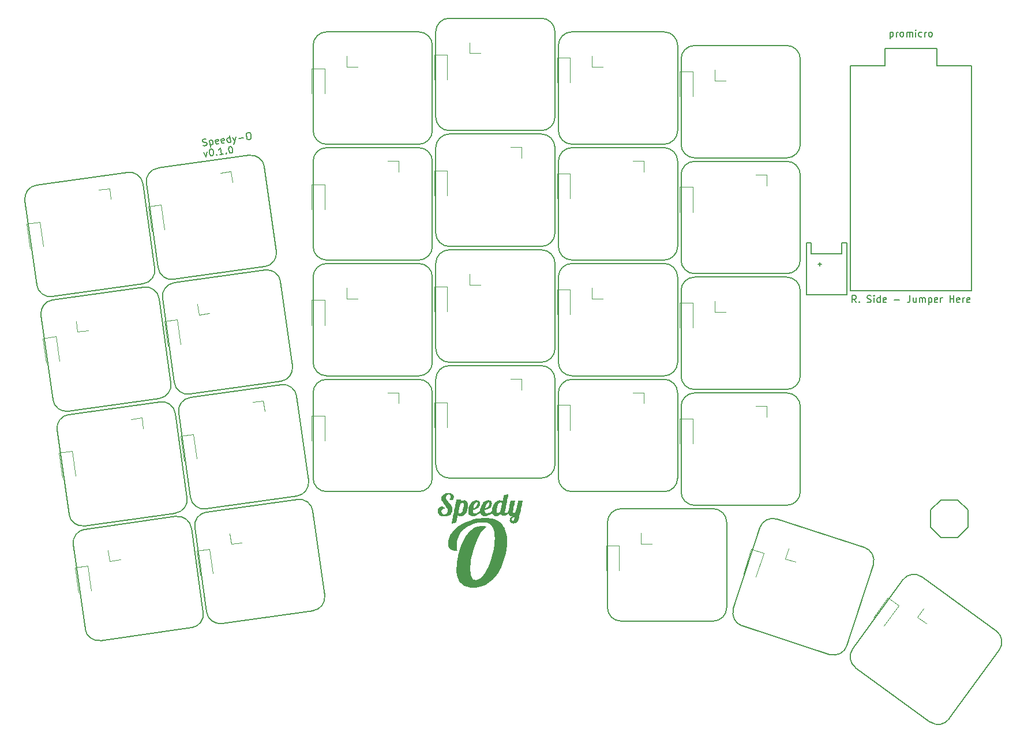
<source format=gbr>
%TF.GenerationSoftware,KiCad,Pcbnew,8.0.7-8.0.7-0~ubuntu24.04.1*%
%TF.CreationDate,2025-01-01T23:44:26+01:00*%
%TF.ProjectId,speedy-o_north-face-finished-extended_VCC,73706565-6479-42d6-9f5f-6e6f7274682d,v1.0.0*%
%TF.SameCoordinates,Original*%
%TF.FileFunction,Legend,Top*%
%TF.FilePolarity,Positive*%
%FSLAX46Y46*%
G04 Gerber Fmt 4.6, Leading zero omitted, Abs format (unit mm)*
G04 Created by KiCad (PCBNEW 8.0.7-8.0.7-0~ubuntu24.04.1) date 2025-01-01 23:44:26*
%MOMM*%
%LPD*%
G01*
G04 APERTURE LIST*
%ADD10C,0.150000*%
%ADD11C,0.120000*%
%ADD12C,0.000000*%
G04 APERTURE END LIST*
D10*
X179663149Y-73756306D02*
X179663149Y-86256306D01*
X161163149Y-116256306D02*
G75*
G02*
X159163149Y-118256349I-2000049J6D01*
G01*
X181663149Y-122256306D02*
X195163149Y-122256306D01*
X204003537Y-159854308D02*
G75*
G02*
X201483395Y-161138373I-1902037J617908D01*
G01*
X197163149Y-137256306D02*
G75*
G02*
X195163149Y-139256349I-2000049J6D01*
G01*
X179663149Y-90756306D02*
G75*
G02*
X181663149Y-88756249I2000051J6D01*
G01*
X161163149Y-99256306D02*
X161163149Y-86756306D01*
X188644127Y-156966658D02*
G75*
G02*
X187360018Y-154446501I618073J1902158D01*
G01*
X125663149Y-88756306D02*
X125663149Y-101256306D01*
X179663149Y-73756306D02*
G75*
G02*
X181663149Y-71756249I2000051J6D01*
G01*
X109922751Y-139769457D02*
G75*
G02*
X107663846Y-138067270I-278351J1980557D01*
G01*
X143663149Y-69756306D02*
X143663149Y-82256306D01*
X195163149Y-105756306D02*
G75*
G02*
X197163194Y-107756306I-49J-2000094D01*
G01*
X102436849Y-104467739D02*
G75*
G02*
X100734663Y-106726649I-1980549J-278361D01*
G01*
X145663149Y-135256306D02*
G75*
G02*
X143663194Y-133256306I-49J1999906D01*
G01*
X100804246Y-107221756D02*
G75*
G02*
X103063144Y-108923944I278354J-1980544D01*
G01*
X186363149Y-154256306D02*
X186363149Y-141756306D01*
X161163149Y-82256306D02*
X161163149Y-69756306D01*
X127663149Y-120256306D02*
G75*
G02*
X125663194Y-118256306I-49J1999906D01*
G01*
X123360957Y-138385754D02*
X109992338Y-140264591D01*
X127359503Y-152466295D02*
X125619839Y-140087944D01*
X197163149Y-103256306D02*
X197163149Y-90756306D01*
X184363149Y-139756306D02*
X170863149Y-139756306D01*
X141163149Y-86756306D02*
X127663149Y-86756306D01*
X195163149Y-122756306D02*
G75*
G02*
X197163194Y-124756306I-49J-2000094D01*
G01*
X163663149Y-86256306D02*
G75*
G02*
X161663194Y-84256306I-49J1999906D01*
G01*
X105190866Y-106100343D02*
X118559485Y-104221506D01*
X161163149Y-133256306D02*
X161163149Y-120756306D01*
X177163149Y-69756306D02*
G75*
G02*
X179163194Y-71756306I-49J-2000094D01*
G01*
X104802792Y-121302296D02*
X103063128Y-108923946D01*
X143663149Y-120756306D02*
G75*
G02*
X145663149Y-118756249I2000051J6D01*
G01*
X186363149Y-154256306D02*
G75*
G02*
X184363149Y-156256349I-2000049J6D01*
G01*
X212207908Y-150206829D02*
G75*
G02*
X215001548Y-149764318I1618092J-1175671D01*
G01*
X188644127Y-156966658D02*
X201483390Y-161138387D01*
X204003537Y-159854308D02*
X207866250Y-147966102D01*
X179163149Y-84256306D02*
X179163149Y-71756306D01*
X197163149Y-86256306D02*
G75*
G02*
X195163149Y-88256349I-2000049J6D01*
G01*
X89731983Y-125440016D02*
X103100602Y-123561179D01*
X141163149Y-86756306D02*
G75*
G02*
X143163194Y-88756306I-49J-2000094D01*
G01*
X103558262Y-108854359D02*
G75*
G02*
X105260450Y-106595461I1980538J278359D01*
G01*
X177163149Y-120756306D02*
X163663149Y-120756306D01*
X206582171Y-145445955D02*
X193742908Y-141274225D01*
X90465322Y-145028589D02*
X92204986Y-157406940D01*
X161163149Y-116256306D02*
X161163149Y-103756306D01*
X181663149Y-122256306D02*
G75*
G02*
X179663194Y-120256306I-49J1999906D01*
G01*
X206582171Y-145445955D02*
G75*
G02*
X207866266Y-147966107I-618071J-1902145D01*
G01*
X219018390Y-170605783D02*
G75*
G02*
X216224754Y-171048290I-1618090J1175683D01*
G01*
X125663149Y-105756306D02*
X125663149Y-118256306D01*
X112288694Y-156604014D02*
X125657313Y-154725177D01*
X159163149Y-84756306D02*
X145663149Y-84756306D01*
X85733437Y-111359475D02*
X87473101Y-123737826D01*
X191222761Y-142558304D02*
G75*
G02*
X193742907Y-141274229I1902039J-617896D01*
G01*
X195163149Y-71756306D02*
G75*
G02*
X197163194Y-73756306I-49J-2000094D01*
G01*
X92097926Y-142274573D02*
G75*
G02*
X89839035Y-140572384I-278326J1980573D01*
G01*
X161663149Y-88756306D02*
X161663149Y-101256306D01*
X179163149Y-118256306D02*
G75*
G02*
X177163149Y-120256349I-2000049J6D01*
G01*
X85733437Y-111359475D02*
G75*
G02*
X87435631Y-109100622I1980463J278375D01*
G01*
X145663149Y-101256306D02*
X159163149Y-101256306D01*
X127663149Y-137256306D02*
G75*
G02*
X125663194Y-135256306I-49J1999906D01*
G01*
X143663149Y-103756306D02*
G75*
G02*
X145663149Y-101756249I2000051J6D01*
G01*
X177163149Y-103756306D02*
X163663149Y-103756306D01*
X159163149Y-118756306D02*
G75*
G02*
X161163194Y-120756306I-49J-2000094D01*
G01*
X197163149Y-86256306D02*
X197163149Y-73756306D01*
X143663149Y-120756306D02*
X143663149Y-133256306D01*
X127663149Y-137256306D02*
X141163149Y-137256306D01*
X195163149Y-88756306D02*
G75*
G02*
X197163194Y-90756306I-49J-2000094D01*
G01*
X143663149Y-86756306D02*
G75*
G02*
X145663149Y-84756249I2000051J6D01*
G01*
X127663149Y-120256306D02*
X141163149Y-120256306D01*
X125663149Y-88756306D02*
G75*
G02*
X127663149Y-86756249I2000051J6D01*
G01*
X161663149Y-122756306D02*
X161663149Y-135256306D01*
X170863149Y-156256306D02*
G75*
G02*
X168863194Y-154256306I-49J1999906D01*
G01*
X179163149Y-101256306D02*
G75*
G02*
X177163149Y-103256349I-2000049J6D01*
G01*
X159163149Y-101756306D02*
G75*
G02*
X161163194Y-103756306I-49J-2000094D01*
G01*
X90465323Y-145028589D02*
G75*
G02*
X92167512Y-142769709I1980477J278389D01*
G01*
X143163149Y-84256306D02*
X143163149Y-71756306D01*
X94463869Y-159109130D02*
G75*
G02*
X92204966Y-157406943I-278369J1980530D01*
G01*
X170863149Y-156256306D02*
X184363149Y-156256306D01*
X143163149Y-101256306D02*
X143163149Y-88756306D01*
X109534678Y-154971411D02*
X107795014Y-142593060D01*
X127663149Y-103256306D02*
X141163149Y-103256306D01*
X197163149Y-103256306D02*
G75*
G02*
X195163149Y-105256349I-2000049J6D01*
G01*
X177163149Y-103756306D02*
G75*
G02*
X179163194Y-105756306I-49J-2000094D01*
G01*
X123360957Y-138385754D02*
G75*
G02*
X125619844Y-140087943I278343J-1980546D01*
G01*
X145663149Y-84256306D02*
G75*
G02*
X143663194Y-82256306I-49J1999906D01*
G01*
X161663149Y-122756306D02*
G75*
G02*
X163663149Y-120756249I2000051J6D01*
G01*
X179163149Y-101256306D02*
X179163149Y-88756306D01*
X195163149Y-105756306D02*
X181663149Y-105756306D01*
X105924205Y-125688916D02*
X107663869Y-138067267D01*
X145663149Y-135256306D02*
X159163149Y-135256306D01*
X87366040Y-108605458D02*
G75*
G02*
X85107146Y-106903270I-278340J1980558D01*
G01*
X143163149Y-118256306D02*
X143163149Y-105756306D01*
X195163149Y-71756306D02*
X181663149Y-71756306D01*
X179163149Y-118256306D02*
X179163149Y-105756306D01*
X179163149Y-135256306D02*
X179163149Y-122756306D01*
X181663149Y-88256306D02*
X195163149Y-88256306D01*
X124993560Y-135631738D02*
G75*
G02*
X123291364Y-137890574I-1980460J-278362D01*
G01*
X145663149Y-84256306D02*
X159163149Y-84256306D01*
X118629071Y-104716640D02*
G75*
G02*
X120887954Y-106418830I278329J-1980560D01*
G01*
X168863149Y-141756306D02*
X168863149Y-154256306D01*
X141163149Y-120756306D02*
G75*
G02*
X143163194Y-122756306I-49J-2000094D01*
G01*
X120261675Y-101962623D02*
X118522011Y-89584273D01*
X101192320Y-92019802D02*
X102931983Y-104398153D01*
X143663149Y-69756306D02*
G75*
G02*
X145663149Y-67756249I2000051J6D01*
G01*
X118629071Y-104716640D02*
X105260452Y-106595477D01*
X163663149Y-120256306D02*
G75*
G02*
X161663194Y-118256306I-49J1999906D01*
G01*
X159163149Y-118756306D02*
X145663149Y-118756306D01*
X168863149Y-141756306D02*
G75*
G02*
X170863149Y-139756249I2000051J6D01*
G01*
X177163149Y-86756306D02*
G75*
G02*
X179163194Y-88756306I-49J-2000094D01*
G01*
X225923242Y-157699467D02*
G75*
G02*
X226365710Y-160493074I-1175542J-1618033D01*
G01*
X98438303Y-90387198D02*
X85069684Y-92266035D01*
X179663149Y-124756306D02*
G75*
G02*
X181663149Y-122756249I2000051J6D01*
G01*
X161663149Y-105756306D02*
X161663149Y-118256306D01*
X143163149Y-135256306D02*
G75*
G02*
X141163149Y-137256349I-2000049J6D01*
G01*
X163663149Y-137256306D02*
X177163149Y-137256306D01*
X109922751Y-139769457D02*
X123291370Y-137890620D01*
X83367494Y-94524918D02*
X85107158Y-106903268D01*
X181663149Y-105256306D02*
X195163149Y-105256306D01*
X163663149Y-86256306D02*
X177163149Y-86256306D01*
X159163149Y-67756306D02*
G75*
G02*
X161163194Y-69756306I-49J-2000094D01*
G01*
X103558262Y-108854359D02*
X105297926Y-121232710D01*
X107168735Y-138136854D02*
X105429071Y-125758503D01*
X212207908Y-150206829D02*
X204860592Y-160319541D01*
X108290148Y-142523473D02*
G75*
G02*
X109992344Y-140264632I1980452J278373D01*
G01*
X122627617Y-118797181D02*
X120887954Y-106418830D01*
X87366040Y-108605458D02*
X100734659Y-106726622D01*
X120995014Y-121551197D02*
G75*
G02*
X123253913Y-123253385I278386J-1980503D01*
G01*
X104802792Y-121302296D02*
G75*
G02*
X103100614Y-123561263I-1980692J-278304D01*
G01*
X195163149Y-122756306D02*
X181663149Y-122756306D01*
X141163149Y-103756306D02*
G75*
G02*
X143163194Y-105756306I-49J-2000094D01*
G01*
X105536131Y-140890870D02*
X92167512Y-142769707D01*
X89731983Y-125440016D02*
G75*
G02*
X87473076Y-123737829I-278383J1980516D01*
G01*
X109534677Y-154971411D02*
G75*
G02*
X107832488Y-157230291I-1980477J-278389D01*
G01*
X161663149Y-71756306D02*
X161663149Y-84256306D01*
X92097926Y-142274573D02*
X105466545Y-140395736D01*
X141163149Y-120756306D02*
X127663149Y-120756306D01*
X105536131Y-140890870D02*
G75*
G02*
X107795034Y-142593057I278369J-1980530D01*
G01*
X98438303Y-90387198D02*
G75*
G02*
X100697270Y-92089376I278297J-1980702D01*
G01*
X120261675Y-101962623D02*
G75*
G02*
X118559483Y-104221488I-1980475J-278377D01*
G01*
X122627617Y-118797181D02*
G75*
G02*
X120925432Y-121056101I-1980617J-278319D01*
G01*
X125663149Y-71756306D02*
X125663149Y-84256306D01*
X108290148Y-142523473D02*
X110029811Y-154901824D01*
X102436849Y-104467739D02*
X100697186Y-92089388D01*
X179663149Y-124756306D02*
X179663149Y-137256306D01*
X125663149Y-122756306D02*
G75*
G02*
X127663149Y-120756249I2000051J6D01*
G01*
X225923242Y-157699467D02*
X215001513Y-149764366D01*
X191222761Y-142558304D02*
X187360048Y-154446511D01*
X177163149Y-86756306D02*
X163663149Y-86756306D01*
X105190866Y-106100343D02*
G75*
G02*
X102931956Y-104398157I-278366J1980543D01*
G01*
X141163149Y-69756306D02*
G75*
G02*
X143163194Y-71756306I-49J-2000094D01*
G01*
X159163149Y-67756306D02*
X145663149Y-67756306D01*
X197163149Y-137256306D02*
X197163149Y-124756306D01*
X161163149Y-99256306D02*
G75*
G02*
X159163149Y-101256349I-2000049J6D01*
G01*
X163663149Y-137256306D02*
G75*
G02*
X161663194Y-135256306I-49J1999906D01*
G01*
X125663149Y-71756306D02*
G75*
G02*
X127663149Y-69756249I2000051J6D01*
G01*
X101192320Y-92019802D02*
G75*
G02*
X102894512Y-89760932I1980580J278302D01*
G01*
X88099380Y-128194032D02*
G75*
G02*
X89801562Y-125935095I1980620J278332D01*
G01*
X143663149Y-86756306D02*
X143663149Y-99256306D01*
X159163149Y-84756306D02*
G75*
G02*
X161163194Y-86756306I-49J-2000094D01*
G01*
X181663149Y-139256306D02*
X195163149Y-139256306D01*
X112288694Y-156604014D02*
G75*
G02*
X110029861Y-154901817I-278394J1980414D01*
G01*
X127663149Y-103256306D02*
G75*
G02*
X125663194Y-101256306I-49J1999906D01*
G01*
X163663149Y-103256306D02*
G75*
G02*
X161663194Y-101256306I-49J1999906D01*
G01*
X181663149Y-88256306D02*
G75*
G02*
X179663194Y-86256306I-49J1999906D01*
G01*
X103170189Y-124056313D02*
G75*
G02*
X105429075Y-125758502I278311J-1980587D01*
G01*
X141163149Y-69756306D02*
X127663149Y-69756306D01*
X125663149Y-105756306D02*
G75*
G02*
X127663149Y-103756249I2000051J6D01*
G01*
X127359503Y-152466295D02*
G75*
G02*
X125657314Y-154725188I-1980603J-278305D01*
G01*
X143163149Y-101256306D02*
G75*
G02*
X141163149Y-103256349I-2000049J6D01*
G01*
X145663149Y-101256306D02*
G75*
G02*
X143663194Y-99256306I-49J1999906D01*
G01*
X219018390Y-170605783D02*
X226365705Y-160493071D01*
X107556808Y-122934900D02*
G75*
G02*
X105297915Y-121232712I-278308J1980600D01*
G01*
X127663149Y-86256306D02*
X141163149Y-86256306D01*
X127663149Y-86256306D02*
G75*
G02*
X125663194Y-84256306I-49J1999906D01*
G01*
X124993560Y-135631738D02*
X123253896Y-123253387D01*
X177163149Y-120756306D02*
G75*
G02*
X179163194Y-122756306I-49J-2000094D01*
G01*
X205303056Y-163113146D02*
X216224785Y-171048247D01*
X94463869Y-159109130D02*
X107832488Y-157230293D01*
X195163149Y-88756306D02*
X181663149Y-88756306D01*
X179163149Y-135256306D02*
G75*
G02*
X177163149Y-137256349I-2000049J6D01*
G01*
X181663149Y-139256306D02*
G75*
G02*
X179663194Y-137256306I-49J1999906D01*
G01*
X103170189Y-124056313D02*
X89801570Y-125935150D01*
X179163149Y-84256306D02*
G75*
G02*
X177163149Y-86256349I-2000049J6D01*
G01*
X161663149Y-105756306D02*
G75*
G02*
X163663149Y-103756249I2000051J6D01*
G01*
X125663149Y-122756306D02*
X125663149Y-135256306D01*
X116263129Y-87882083D02*
G75*
G02*
X118522023Y-89584271I278371J-1980517D01*
G01*
X197163149Y-120256306D02*
X197163149Y-107756306D01*
X145663149Y-118256306D02*
X159163149Y-118256306D01*
X179663149Y-107756306D02*
X179663149Y-120256306D01*
X197163149Y-120256306D02*
G75*
G02*
X195163149Y-122256349I-2000049J6D01*
G01*
X116263129Y-87882083D02*
X102894510Y-89760919D01*
X184363149Y-139756306D02*
G75*
G02*
X186363194Y-141756306I-49J-2000094D01*
G01*
X143163149Y-118256306D02*
G75*
G02*
X141163149Y-120256349I-2000049J6D01*
G01*
X205303056Y-163113146D02*
G75*
G02*
X204860574Y-160319528I1175544J1618046D01*
G01*
X83367494Y-94524918D02*
G75*
G02*
X85069680Y-92266008I1980606J278318D01*
G01*
X105924205Y-125688916D02*
G75*
G02*
X107626393Y-123430018I1980595J278316D01*
G01*
X179663149Y-90756306D02*
X179663149Y-103256306D01*
X181663149Y-105256306D02*
G75*
G02*
X179663194Y-103256306I-49J1999906D01*
G01*
X143663149Y-103756306D02*
X143663149Y-116256306D01*
X100804246Y-107221756D02*
X87435627Y-109100592D01*
X88099380Y-128194032D02*
X89839044Y-140572383D01*
X163663149Y-120256306D02*
X177163149Y-120256306D01*
X161663149Y-71756306D02*
G75*
G02*
X163663149Y-69756249I2000051J6D01*
G01*
X161163149Y-82256306D02*
G75*
G02*
X159163149Y-84256349I-2000049J6D01*
G01*
X163663149Y-103256306D02*
X177163149Y-103256306D01*
X141163149Y-103756306D02*
X127663149Y-103756306D01*
X107556808Y-122934900D02*
X120925427Y-121056063D01*
X143163149Y-84256306D02*
G75*
G02*
X141163149Y-86256349I-2000049J6D01*
G01*
X107168735Y-138136854D02*
G75*
G02*
X105466545Y-140395735I-1980535J-278346D01*
G01*
X161663149Y-88756306D02*
G75*
G02*
X163663149Y-86756249I2000051J6D01*
G01*
X145663149Y-118256306D02*
G75*
G02*
X143663194Y-116256306I-49J1999906D01*
G01*
X177163149Y-69756306D02*
X163663149Y-69756306D01*
X179663149Y-107756306D02*
G75*
G02*
X181663149Y-105756249I2000051J6D01*
G01*
X159163149Y-101756306D02*
X145663149Y-101756306D01*
X161163149Y-133256306D02*
G75*
G02*
X159163149Y-135256349I-2000049J6D01*
G01*
X143163149Y-135256306D02*
X143163149Y-122756306D01*
X120995014Y-121551197D02*
X107626395Y-123430034D01*
X109538418Y-86456333D02*
X109686512Y-86483607D01*
X109686512Y-86483607D02*
X109922290Y-86450471D01*
X109922290Y-86450471D02*
X110009974Y-86390060D01*
X110009974Y-86390060D02*
X110050502Y-86336278D01*
X110050502Y-86336278D02*
X110084403Y-86235339D01*
X110084403Y-86235339D02*
X110071149Y-86141028D01*
X110071149Y-86141028D02*
X110010739Y-86053344D01*
X110010739Y-86053344D02*
X109956956Y-86012815D01*
X109956956Y-86012815D02*
X109856017Y-85978914D01*
X109856017Y-85978914D02*
X109660767Y-85958268D01*
X109660767Y-85958268D02*
X109559829Y-85924367D01*
X109559829Y-85924367D02*
X109506046Y-85883839D01*
X109506046Y-85883839D02*
X109445636Y-85796155D01*
X109445636Y-85796155D02*
X109432381Y-85701843D01*
X109432381Y-85701843D02*
X109466282Y-85600905D01*
X109466282Y-85600905D02*
X109506811Y-85547122D01*
X109506811Y-85547122D02*
X109594495Y-85486712D01*
X109594495Y-85486712D02*
X109830273Y-85453575D01*
X109830273Y-85453575D02*
X109978367Y-85480849D01*
X110442531Y-85704137D02*
X110581704Y-86694405D01*
X110449159Y-85751293D02*
X110536842Y-85690883D01*
X110536842Y-85690883D02*
X110725465Y-85664373D01*
X110725465Y-85664373D02*
X110826403Y-85698274D01*
X110826403Y-85698274D02*
X110880186Y-85738803D01*
X110880186Y-85738803D02*
X110940597Y-85826487D01*
X110940597Y-85826487D02*
X110980360Y-86109420D01*
X110980360Y-86109420D02*
X110946459Y-86210359D01*
X110946459Y-86210359D02*
X110905931Y-86264142D01*
X110905931Y-86264142D02*
X110818247Y-86324552D01*
X110818247Y-86324552D02*
X110629625Y-86351061D01*
X110629625Y-86351061D02*
X110528686Y-86317160D01*
X111801888Y-86138223D02*
X111714204Y-86198634D01*
X111714204Y-86198634D02*
X111525581Y-86225143D01*
X111525581Y-86225143D02*
X111424643Y-86191242D01*
X111424643Y-86191242D02*
X111364233Y-86103558D01*
X111364233Y-86103558D02*
X111311214Y-85726313D01*
X111311214Y-85726313D02*
X111345115Y-85625374D01*
X111345115Y-85625374D02*
X111432799Y-85564964D01*
X111432799Y-85564964D02*
X111621422Y-85538455D01*
X111621422Y-85538455D02*
X111722360Y-85572356D01*
X111722360Y-85572356D02*
X111782771Y-85660040D01*
X111782771Y-85660040D02*
X111796025Y-85754351D01*
X111796025Y-85754351D02*
X111337724Y-85914935D01*
X112650689Y-86018932D02*
X112563005Y-86079342D01*
X112563005Y-86079342D02*
X112374383Y-86105851D01*
X112374383Y-86105851D02*
X112273444Y-86071950D01*
X112273444Y-86071950D02*
X112213034Y-85984266D01*
X112213034Y-85984266D02*
X112160016Y-85607022D01*
X112160016Y-85607022D02*
X112193917Y-85506083D01*
X112193917Y-85506083D02*
X112281601Y-85445673D01*
X112281601Y-85445673D02*
X112470223Y-85419164D01*
X112470223Y-85419164D02*
X112571162Y-85453065D01*
X112571162Y-85453065D02*
X112631572Y-85540749D01*
X112631572Y-85540749D02*
X112644827Y-85635060D01*
X112644827Y-85635060D02*
X112186525Y-85795644D01*
X113553274Y-85940169D02*
X113414100Y-84949901D01*
X113546646Y-85893014D02*
X113458962Y-85953424D01*
X113458962Y-85953424D02*
X113270340Y-85979933D01*
X113270340Y-85979933D02*
X113169401Y-85946032D01*
X113169401Y-85946032D02*
X113115618Y-85905504D01*
X113115618Y-85905504D02*
X113055208Y-85817820D01*
X113055208Y-85817820D02*
X113015444Y-85534886D01*
X113015444Y-85534886D02*
X113049345Y-85433947D01*
X113049345Y-85433947D02*
X113089874Y-85380164D01*
X113089874Y-85380164D02*
X113177558Y-85319754D01*
X113177558Y-85319754D02*
X113366180Y-85293245D01*
X113366180Y-85293245D02*
X113467119Y-85327146D01*
X113837737Y-85226972D02*
X114166297Y-85854014D01*
X114309293Y-85160699D02*
X114166297Y-85854014D01*
X114166297Y-85854014D02*
X114105122Y-86103047D01*
X114105122Y-86103047D02*
X114064594Y-86156830D01*
X114064594Y-86156830D02*
X113976910Y-86217240D01*
X114726302Y-85390615D02*
X115480792Y-85284578D01*
X116054815Y-84578773D02*
X116243438Y-84552264D01*
X116243438Y-84552264D02*
X116344376Y-84586165D01*
X116344376Y-84586165D02*
X116451942Y-84667221D01*
X116451942Y-84667221D02*
X116525607Y-84849217D01*
X116525607Y-84849217D02*
X116571998Y-85179306D01*
X116571998Y-85179306D02*
X116551352Y-85374556D01*
X116551352Y-85374556D02*
X116470295Y-85482122D01*
X116470295Y-85482122D02*
X116382611Y-85542532D01*
X116382611Y-85542532D02*
X116193988Y-85569041D01*
X116193988Y-85569041D02*
X116093050Y-85535140D01*
X116093050Y-85535140D02*
X115985484Y-85454083D01*
X115985484Y-85454083D02*
X115911819Y-85272088D01*
X115911819Y-85272088D02*
X115865428Y-84941999D01*
X115865428Y-84941999D02*
X115886075Y-84746749D01*
X115886075Y-84746749D02*
X115967131Y-84639183D01*
X115967131Y-84639183D02*
X116054815Y-84578773D01*
X109629168Y-87444214D02*
X109957729Y-88071256D01*
X109957729Y-88071256D02*
X110100725Y-87377941D01*
X110620201Y-86968324D02*
X110714513Y-86955069D01*
X110714513Y-86955069D02*
X110815451Y-86988970D01*
X110815451Y-86988970D02*
X110869234Y-87029499D01*
X110869234Y-87029499D02*
X110929644Y-87117183D01*
X110929644Y-87117183D02*
X111003309Y-87299178D01*
X111003309Y-87299178D02*
X111036446Y-87534956D01*
X111036446Y-87534956D02*
X111015799Y-87730206D01*
X111015799Y-87730206D02*
X110981898Y-87831144D01*
X110981898Y-87831144D02*
X110941370Y-87884927D01*
X110941370Y-87884927D02*
X110853686Y-87945337D01*
X110853686Y-87945337D02*
X110759374Y-87958592D01*
X110759374Y-87958592D02*
X110658436Y-87924691D01*
X110658436Y-87924691D02*
X110604653Y-87884162D01*
X110604653Y-87884162D02*
X110544243Y-87796478D01*
X110544243Y-87796478D02*
X110470578Y-87614483D01*
X110470578Y-87614483D02*
X110437442Y-87378705D01*
X110437442Y-87378705D02*
X110458088Y-87183455D01*
X110458088Y-87183455D02*
X110491989Y-87082517D01*
X110491989Y-87082517D02*
X110532517Y-87028734D01*
X110532517Y-87028734D02*
X110620201Y-86968324D01*
X111500610Y-87758244D02*
X111554393Y-87798772D01*
X111554393Y-87798772D02*
X111513864Y-87852555D01*
X111513864Y-87852555D02*
X111460082Y-87812027D01*
X111460082Y-87812027D02*
X111500610Y-87758244D01*
X111500610Y-87758244D02*
X111513864Y-87852555D01*
X112504132Y-87713382D02*
X111938265Y-87792910D01*
X112221198Y-87753146D02*
X112082025Y-86762878D01*
X112082025Y-86762878D02*
X112007596Y-86917599D01*
X112007596Y-86917599D02*
X111926539Y-87025165D01*
X111926539Y-87025165D02*
X111838855Y-87085575D01*
X112915278Y-87559425D02*
X112969061Y-87599954D01*
X112969061Y-87599954D02*
X112928533Y-87653737D01*
X112928533Y-87653737D02*
X112874750Y-87613208D01*
X112874750Y-87613208D02*
X112915278Y-87559425D01*
X112915278Y-87559425D02*
X112928533Y-87653737D01*
X113449538Y-86570686D02*
X113543849Y-86557432D01*
X113543849Y-86557432D02*
X113644788Y-86591333D01*
X113644788Y-86591333D02*
X113698571Y-86631861D01*
X113698571Y-86631861D02*
X113758981Y-86719545D01*
X113758981Y-86719545D02*
X113832646Y-86901540D01*
X113832646Y-86901540D02*
X113865782Y-87137319D01*
X113865782Y-87137319D02*
X113845136Y-87332568D01*
X113845136Y-87332568D02*
X113811235Y-87433507D01*
X113811235Y-87433507D02*
X113770706Y-87487290D01*
X113770706Y-87487290D02*
X113683022Y-87547700D01*
X113683022Y-87547700D02*
X113588711Y-87560955D01*
X113588711Y-87560955D02*
X113487772Y-87527053D01*
X113487772Y-87527053D02*
X113433990Y-87486525D01*
X113433990Y-87486525D02*
X113373579Y-87398841D01*
X113373579Y-87398841D02*
X113299915Y-87216846D01*
X113299915Y-87216846D02*
X113266778Y-86981068D01*
X113266778Y-86981068D02*
X113287425Y-86785818D01*
X113287425Y-86785818D02*
X113321326Y-86684880D01*
X113321326Y-86684880D02*
X113361854Y-86631097D01*
X113361854Y-86631097D02*
X113449538Y-86570686D01*
X210341671Y-69794452D02*
X210341671Y-70794452D01*
X210341671Y-69842071D02*
X210436909Y-69794452D01*
X210436909Y-69794452D02*
X210627385Y-69794452D01*
X210627385Y-69794452D02*
X210722623Y-69842071D01*
X210722623Y-69842071D02*
X210770242Y-69889690D01*
X210770242Y-69889690D02*
X210817861Y-69984928D01*
X210817861Y-69984928D02*
X210817861Y-70270642D01*
X210817861Y-70270642D02*
X210770242Y-70365880D01*
X210770242Y-70365880D02*
X210722623Y-70413500D01*
X210722623Y-70413500D02*
X210627385Y-70461119D01*
X210627385Y-70461119D02*
X210436909Y-70461119D01*
X210436909Y-70461119D02*
X210341671Y-70413500D01*
X211246433Y-70461119D02*
X211246433Y-69794452D01*
X211246433Y-69984928D02*
X211294052Y-69889690D01*
X211294052Y-69889690D02*
X211341671Y-69842071D01*
X211341671Y-69842071D02*
X211436909Y-69794452D01*
X211436909Y-69794452D02*
X211532147Y-69794452D01*
X212008338Y-70461119D02*
X211913100Y-70413500D01*
X211913100Y-70413500D02*
X211865481Y-70365880D01*
X211865481Y-70365880D02*
X211817862Y-70270642D01*
X211817862Y-70270642D02*
X211817862Y-69984928D01*
X211817862Y-69984928D02*
X211865481Y-69889690D01*
X211865481Y-69889690D02*
X211913100Y-69842071D01*
X211913100Y-69842071D02*
X212008338Y-69794452D01*
X212008338Y-69794452D02*
X212151195Y-69794452D01*
X212151195Y-69794452D02*
X212246433Y-69842071D01*
X212246433Y-69842071D02*
X212294052Y-69889690D01*
X212294052Y-69889690D02*
X212341671Y-69984928D01*
X212341671Y-69984928D02*
X212341671Y-70270642D01*
X212341671Y-70270642D02*
X212294052Y-70365880D01*
X212294052Y-70365880D02*
X212246433Y-70413500D01*
X212246433Y-70413500D02*
X212151195Y-70461119D01*
X212151195Y-70461119D02*
X212008338Y-70461119D01*
X212770243Y-70461119D02*
X212770243Y-69794452D01*
X212770243Y-69889690D02*
X212817862Y-69842071D01*
X212817862Y-69842071D02*
X212913100Y-69794452D01*
X212913100Y-69794452D02*
X213055957Y-69794452D01*
X213055957Y-69794452D02*
X213151195Y-69842071D01*
X213151195Y-69842071D02*
X213198814Y-69937309D01*
X213198814Y-69937309D02*
X213198814Y-70461119D01*
X213198814Y-69937309D02*
X213246433Y-69842071D01*
X213246433Y-69842071D02*
X213341671Y-69794452D01*
X213341671Y-69794452D02*
X213484528Y-69794452D01*
X213484528Y-69794452D02*
X213579767Y-69842071D01*
X213579767Y-69842071D02*
X213627386Y-69937309D01*
X213627386Y-69937309D02*
X213627386Y-70461119D01*
X214103576Y-70461119D02*
X214103576Y-69794452D01*
X214103576Y-69461119D02*
X214055957Y-69508738D01*
X214055957Y-69508738D02*
X214103576Y-69556357D01*
X214103576Y-69556357D02*
X214151195Y-69508738D01*
X214151195Y-69508738D02*
X214103576Y-69461119D01*
X214103576Y-69461119D02*
X214103576Y-69556357D01*
X215008337Y-70413500D02*
X214913099Y-70461119D01*
X214913099Y-70461119D02*
X214722623Y-70461119D01*
X214722623Y-70461119D02*
X214627385Y-70413500D01*
X214627385Y-70413500D02*
X214579766Y-70365880D01*
X214579766Y-70365880D02*
X214532147Y-70270642D01*
X214532147Y-70270642D02*
X214532147Y-69984928D01*
X214532147Y-69984928D02*
X214579766Y-69889690D01*
X214579766Y-69889690D02*
X214627385Y-69842071D01*
X214627385Y-69842071D02*
X214722623Y-69794452D01*
X214722623Y-69794452D02*
X214913099Y-69794452D01*
X214913099Y-69794452D02*
X215008337Y-69842071D01*
X215436909Y-70461119D02*
X215436909Y-69794452D01*
X215436909Y-69984928D02*
X215484528Y-69889690D01*
X215484528Y-69889690D02*
X215532147Y-69842071D01*
X215532147Y-69842071D02*
X215627385Y-69794452D01*
X215627385Y-69794452D02*
X215722623Y-69794452D01*
X216198814Y-70461119D02*
X216103576Y-70413500D01*
X216103576Y-70413500D02*
X216055957Y-70365880D01*
X216055957Y-70365880D02*
X216008338Y-70270642D01*
X216008338Y-70270642D02*
X216008338Y-69984928D01*
X216008338Y-69984928D02*
X216055957Y-69889690D01*
X216055957Y-69889690D02*
X216103576Y-69842071D01*
X216103576Y-69842071D02*
X216198814Y-69794452D01*
X216198814Y-69794452D02*
X216341671Y-69794452D01*
X216341671Y-69794452D02*
X216436909Y-69842071D01*
X216436909Y-69842071D02*
X216484528Y-69889690D01*
X216484528Y-69889690D02*
X216532147Y-69984928D01*
X216532147Y-69984928D02*
X216532147Y-70270642D01*
X216532147Y-70270642D02*
X216484528Y-70365880D01*
X216484528Y-70365880D02*
X216436909Y-70413500D01*
X216436909Y-70413500D02*
X216341671Y-70461119D01*
X216341671Y-70461119D02*
X216198814Y-70461119D01*
X205365480Y-109461119D02*
X205032147Y-108984928D01*
X204794052Y-109461119D02*
X204794052Y-108461119D01*
X204794052Y-108461119D02*
X205175004Y-108461119D01*
X205175004Y-108461119D02*
X205270242Y-108508738D01*
X205270242Y-108508738D02*
X205317861Y-108556357D01*
X205317861Y-108556357D02*
X205365480Y-108651595D01*
X205365480Y-108651595D02*
X205365480Y-108794452D01*
X205365480Y-108794452D02*
X205317861Y-108889690D01*
X205317861Y-108889690D02*
X205270242Y-108937309D01*
X205270242Y-108937309D02*
X205175004Y-108984928D01*
X205175004Y-108984928D02*
X204794052Y-108984928D01*
X205794052Y-109365880D02*
X205841671Y-109413500D01*
X205841671Y-109413500D02*
X205794052Y-109461119D01*
X205794052Y-109461119D02*
X205746433Y-109413500D01*
X205746433Y-109413500D02*
X205794052Y-109365880D01*
X205794052Y-109365880D02*
X205794052Y-109461119D01*
X206984528Y-109413500D02*
X207127385Y-109461119D01*
X207127385Y-109461119D02*
X207365480Y-109461119D01*
X207365480Y-109461119D02*
X207460718Y-109413500D01*
X207460718Y-109413500D02*
X207508337Y-109365880D01*
X207508337Y-109365880D02*
X207555956Y-109270642D01*
X207555956Y-109270642D02*
X207555956Y-109175404D01*
X207555956Y-109175404D02*
X207508337Y-109080166D01*
X207508337Y-109080166D02*
X207460718Y-109032547D01*
X207460718Y-109032547D02*
X207365480Y-108984928D01*
X207365480Y-108984928D02*
X207175004Y-108937309D01*
X207175004Y-108937309D02*
X207079766Y-108889690D01*
X207079766Y-108889690D02*
X207032147Y-108842071D01*
X207032147Y-108842071D02*
X206984528Y-108746833D01*
X206984528Y-108746833D02*
X206984528Y-108651595D01*
X206984528Y-108651595D02*
X207032147Y-108556357D01*
X207032147Y-108556357D02*
X207079766Y-108508738D01*
X207079766Y-108508738D02*
X207175004Y-108461119D01*
X207175004Y-108461119D02*
X207413099Y-108461119D01*
X207413099Y-108461119D02*
X207555956Y-108508738D01*
X207984528Y-109461119D02*
X207984528Y-108794452D01*
X207984528Y-108461119D02*
X207936909Y-108508738D01*
X207936909Y-108508738D02*
X207984528Y-108556357D01*
X207984528Y-108556357D02*
X208032147Y-108508738D01*
X208032147Y-108508738D02*
X207984528Y-108461119D01*
X207984528Y-108461119D02*
X207984528Y-108556357D01*
X208889289Y-109461119D02*
X208889289Y-108461119D01*
X208889289Y-109413500D02*
X208794051Y-109461119D01*
X208794051Y-109461119D02*
X208603575Y-109461119D01*
X208603575Y-109461119D02*
X208508337Y-109413500D01*
X208508337Y-109413500D02*
X208460718Y-109365880D01*
X208460718Y-109365880D02*
X208413099Y-109270642D01*
X208413099Y-109270642D02*
X208413099Y-108984928D01*
X208413099Y-108984928D02*
X208460718Y-108889690D01*
X208460718Y-108889690D02*
X208508337Y-108842071D01*
X208508337Y-108842071D02*
X208603575Y-108794452D01*
X208603575Y-108794452D02*
X208794051Y-108794452D01*
X208794051Y-108794452D02*
X208889289Y-108842071D01*
X209746432Y-109413500D02*
X209651194Y-109461119D01*
X209651194Y-109461119D02*
X209460718Y-109461119D01*
X209460718Y-109461119D02*
X209365480Y-109413500D01*
X209365480Y-109413500D02*
X209317861Y-109318261D01*
X209317861Y-109318261D02*
X209317861Y-108937309D01*
X209317861Y-108937309D02*
X209365480Y-108842071D01*
X209365480Y-108842071D02*
X209460718Y-108794452D01*
X209460718Y-108794452D02*
X209651194Y-108794452D01*
X209651194Y-108794452D02*
X209746432Y-108842071D01*
X209746432Y-108842071D02*
X209794051Y-108937309D01*
X209794051Y-108937309D02*
X209794051Y-109032547D01*
X209794051Y-109032547D02*
X209317861Y-109127785D01*
X210984528Y-109080166D02*
X211746433Y-109080166D01*
X213270242Y-108461119D02*
X213270242Y-109175404D01*
X213270242Y-109175404D02*
X213222623Y-109318261D01*
X213222623Y-109318261D02*
X213127385Y-109413500D01*
X213127385Y-109413500D02*
X212984528Y-109461119D01*
X212984528Y-109461119D02*
X212889290Y-109461119D01*
X214175004Y-108794452D02*
X214175004Y-109461119D01*
X213746433Y-108794452D02*
X213746433Y-109318261D01*
X213746433Y-109318261D02*
X213794052Y-109413500D01*
X213794052Y-109413500D02*
X213889290Y-109461119D01*
X213889290Y-109461119D02*
X214032147Y-109461119D01*
X214032147Y-109461119D02*
X214127385Y-109413500D01*
X214127385Y-109413500D02*
X214175004Y-109365880D01*
X214651195Y-109461119D02*
X214651195Y-108794452D01*
X214651195Y-108889690D02*
X214698814Y-108842071D01*
X214698814Y-108842071D02*
X214794052Y-108794452D01*
X214794052Y-108794452D02*
X214936909Y-108794452D01*
X214936909Y-108794452D02*
X215032147Y-108842071D01*
X215032147Y-108842071D02*
X215079766Y-108937309D01*
X215079766Y-108937309D02*
X215079766Y-109461119D01*
X215079766Y-108937309D02*
X215127385Y-108842071D01*
X215127385Y-108842071D02*
X215222623Y-108794452D01*
X215222623Y-108794452D02*
X215365480Y-108794452D01*
X215365480Y-108794452D02*
X215460719Y-108842071D01*
X215460719Y-108842071D02*
X215508338Y-108937309D01*
X215508338Y-108937309D02*
X215508338Y-109461119D01*
X215984528Y-108794452D02*
X215984528Y-109794452D01*
X215984528Y-108842071D02*
X216079766Y-108794452D01*
X216079766Y-108794452D02*
X216270242Y-108794452D01*
X216270242Y-108794452D02*
X216365480Y-108842071D01*
X216365480Y-108842071D02*
X216413099Y-108889690D01*
X216413099Y-108889690D02*
X216460718Y-108984928D01*
X216460718Y-108984928D02*
X216460718Y-109270642D01*
X216460718Y-109270642D02*
X216413099Y-109365880D01*
X216413099Y-109365880D02*
X216365480Y-109413500D01*
X216365480Y-109413500D02*
X216270242Y-109461119D01*
X216270242Y-109461119D02*
X216079766Y-109461119D01*
X216079766Y-109461119D02*
X215984528Y-109413500D01*
X217270242Y-109413500D02*
X217175004Y-109461119D01*
X217175004Y-109461119D02*
X216984528Y-109461119D01*
X216984528Y-109461119D02*
X216889290Y-109413500D01*
X216889290Y-109413500D02*
X216841671Y-109318261D01*
X216841671Y-109318261D02*
X216841671Y-108937309D01*
X216841671Y-108937309D02*
X216889290Y-108842071D01*
X216889290Y-108842071D02*
X216984528Y-108794452D01*
X216984528Y-108794452D02*
X217175004Y-108794452D01*
X217175004Y-108794452D02*
X217270242Y-108842071D01*
X217270242Y-108842071D02*
X217317861Y-108937309D01*
X217317861Y-108937309D02*
X217317861Y-109032547D01*
X217317861Y-109032547D02*
X216841671Y-109127785D01*
X217746433Y-109461119D02*
X217746433Y-108794452D01*
X217746433Y-108984928D02*
X217794052Y-108889690D01*
X217794052Y-108889690D02*
X217841671Y-108842071D01*
X217841671Y-108842071D02*
X217936909Y-108794452D01*
X217936909Y-108794452D02*
X218032147Y-108794452D01*
X219127386Y-109461119D02*
X219127386Y-108461119D01*
X219127386Y-108937309D02*
X219698814Y-108937309D01*
X219698814Y-109461119D02*
X219698814Y-108461119D01*
X220555957Y-109413500D02*
X220460719Y-109461119D01*
X220460719Y-109461119D02*
X220270243Y-109461119D01*
X220270243Y-109461119D02*
X220175005Y-109413500D01*
X220175005Y-109413500D02*
X220127386Y-109318261D01*
X220127386Y-109318261D02*
X220127386Y-108937309D01*
X220127386Y-108937309D02*
X220175005Y-108842071D01*
X220175005Y-108842071D02*
X220270243Y-108794452D01*
X220270243Y-108794452D02*
X220460719Y-108794452D01*
X220460719Y-108794452D02*
X220555957Y-108842071D01*
X220555957Y-108842071D02*
X220603576Y-108937309D01*
X220603576Y-108937309D02*
X220603576Y-109032547D01*
X220603576Y-109032547D02*
X220127386Y-109127785D01*
X221032148Y-109461119D02*
X221032148Y-108794452D01*
X221032148Y-108984928D02*
X221079767Y-108889690D01*
X221079767Y-108889690D02*
X221127386Y-108842071D01*
X221127386Y-108842071D02*
X221222624Y-108794452D01*
X221222624Y-108794452D02*
X221317862Y-108794452D01*
X222032148Y-109413500D02*
X221936910Y-109461119D01*
X221936910Y-109461119D02*
X221746434Y-109461119D01*
X221746434Y-109461119D02*
X221651196Y-109413500D01*
X221651196Y-109413500D02*
X221603577Y-109318261D01*
X221603577Y-109318261D02*
X221603577Y-108937309D01*
X221603577Y-108937309D02*
X221651196Y-108842071D01*
X221651196Y-108842071D02*
X221746434Y-108794452D01*
X221746434Y-108794452D02*
X221936910Y-108794452D01*
X221936910Y-108794452D02*
X222032148Y-108842071D01*
X222032148Y-108842071D02*
X222079767Y-108937309D01*
X222079767Y-108937309D02*
X222079767Y-109032547D01*
X222079767Y-109032547D02*
X221603577Y-109127785D01*
%TO.C,B1*%
X216263100Y-139956300D02*
X216263100Y-142456300D01*
X217763100Y-138456300D02*
X216263100Y-139956300D01*
X217763100Y-143956300D02*
X216263100Y-142456300D01*
X220263100Y-138456300D02*
X217763100Y-138456300D01*
X220263100Y-138456300D02*
X221763100Y-139956300D01*
X220263100Y-143956300D02*
X217763100Y-143956300D01*
X220263100Y-143956300D02*
X221763100Y-142456300D01*
X221763100Y-139956300D02*
X221763100Y-142456300D01*
D11*
%TO.C,D20*%
X125463100Y-75146300D02*
X125463100Y-78806300D01*
X127363100Y-75146300D02*
X125463100Y-75146300D01*
X127363100Y-75146300D02*
X127363100Y-78806300D01*
%TO.C,D3*%
X161463100Y-90546300D02*
X161463100Y-94206300D01*
X163363100Y-90546300D02*
X161463100Y-90546300D01*
X163363100Y-90546300D02*
X163363100Y-94206300D01*
%TO.C,D13*%
X108563914Y-145908309D02*
X109073288Y-149532690D01*
X110445423Y-145643880D02*
X108563914Y-145908309D01*
X110445423Y-145643880D02*
X110954797Y-149268261D01*
%TO.C,D4*%
X161463100Y-73546300D02*
X161463100Y-77206300D01*
X163363100Y-73546300D02*
X161463100Y-73546300D01*
X163363100Y-73546300D02*
X163363100Y-77206300D01*
%TO.C,D1*%
X161463100Y-124546300D02*
X161463100Y-128206300D01*
X163363100Y-124546300D02*
X161463100Y-124546300D01*
X163363100Y-124546300D02*
X163363100Y-128206300D01*
%TO.C,D22*%
X143463100Y-107146300D02*
X143463100Y-110806300D01*
X145363100Y-107146300D02*
X143463100Y-107146300D01*
X145363100Y-107146300D02*
X145363100Y-110806300D01*
%TO.C,D19*%
X125463100Y-92146300D02*
X125463100Y-95806300D01*
X127363100Y-92146300D02*
X125463100Y-92146300D01*
X127363100Y-92146300D02*
X127363100Y-95806300D01*
%TO.C,D12*%
X83641214Y-97909809D02*
X84150588Y-101534190D01*
X85522723Y-97645380D02*
X83641214Y-97909809D01*
X85522723Y-97645380D02*
X86032097Y-101269761D01*
%TO.C,D23*%
X143463100Y-90146300D02*
X143463100Y-93806300D01*
X145363100Y-90146300D02*
X143463100Y-90146300D01*
X145363100Y-90146300D02*
X145363100Y-93806300D01*
%TO.C,D18*%
X125463100Y-109146300D02*
X125463100Y-112806300D01*
X127363100Y-109146300D02*
X125463100Y-109146300D01*
X127363100Y-109146300D02*
X127363100Y-112806300D01*
%TO.C,D26*%
X189984975Y-145720546D02*
X188853973Y-149201413D01*
X191791982Y-146307678D02*
X189984975Y-145720546D01*
X191791982Y-146307678D02*
X190660980Y-149788545D01*
%TO.C,D6*%
X179463100Y-109546300D02*
X179463100Y-113206300D01*
X181363100Y-109546300D02*
X179463100Y-109546300D01*
X181363100Y-109546300D02*
X181363100Y-113206300D01*
D12*
%TO.C,G\u002A\u002A\u002A*%
G36*
X147212047Y-138406247D02*
G01*
X147310270Y-138411401D01*
X147365878Y-138426173D01*
X147387587Y-138455624D01*
X147384111Y-138504811D01*
X147364166Y-138578794D01*
X147363682Y-138580481D01*
X147350162Y-138642992D01*
X147353457Y-138669377D01*
X147356176Y-138668821D01*
X147500348Y-138597230D01*
X147613693Y-138553485D01*
X147715523Y-138532391D01*
X147825150Y-138528753D01*
X147869701Y-138530685D01*
X148045408Y-138557718D01*
X148178780Y-138620103D01*
X148279793Y-138723711D01*
X148323932Y-138797955D01*
X148374772Y-138947221D01*
X148400727Y-139140375D01*
X148401186Y-139366383D01*
X148375536Y-139614210D01*
X148370850Y-139643817D01*
X148297852Y-139966972D01*
X148193095Y-140240676D01*
X148056942Y-140464327D01*
X147889754Y-140637324D01*
X147704099Y-140753463D01*
X147596393Y-140800481D01*
X147509005Y-140826392D01*
X147416278Y-140835953D01*
X147292558Y-140833921D01*
X147274467Y-140833126D01*
X147136646Y-140822646D01*
X147045093Y-140804214D01*
X146986229Y-140774798D01*
X146976328Y-140766561D01*
X146954021Y-140745340D01*
X146936652Y-140732353D01*
X146921885Y-140734236D01*
X146907385Y-140757625D01*
X146890817Y-140809154D01*
X146869845Y-140895459D01*
X146842134Y-141023176D01*
X146805349Y-141198940D01*
X146777946Y-141330243D01*
X146683908Y-141779803D01*
X146339995Y-141862728D01*
X146205205Y-141895195D01*
X146093886Y-141921947D01*
X146017753Y-141940171D01*
X145988576Y-141947048D01*
X145981071Y-141936398D01*
X145987110Y-141905886D01*
X146004340Y-141822926D01*
X146031426Y-141693797D01*
X146067035Y-141524779D01*
X146109833Y-141322151D01*
X146158486Y-141092192D01*
X146211661Y-140841181D01*
X146268025Y-140575397D01*
X146318916Y-140335639D01*
X147001708Y-140335639D01*
X147026910Y-140392243D01*
X147092342Y-140423083D01*
X147183387Y-140426842D01*
X147285428Y-140402199D01*
X147355248Y-140367547D01*
X147475340Y-140259449D01*
X147576713Y-140100157D01*
X147656825Y-139896303D01*
X147713134Y-139654518D01*
X147743100Y-139381436D01*
X147744607Y-139351398D01*
X147750138Y-139203192D01*
X147750062Y-139101943D01*
X147742969Y-139034707D01*
X147727449Y-138988540D01*
X147702095Y-138950498D01*
X147700786Y-138948876D01*
X147618073Y-138887747D01*
X147519358Y-138879766D01*
X147414728Y-138923994D01*
X147346934Y-138981746D01*
X147313737Y-139019699D01*
X147286036Y-139062285D01*
X147261037Y-139118383D01*
X147235947Y-139196871D01*
X147207973Y-139306631D01*
X147174321Y-139456539D01*
X147132198Y-139655476D01*
X147126734Y-139681658D01*
X147088730Y-139866516D01*
X147055384Y-140033640D01*
X147028561Y-140173273D01*
X147010128Y-140275657D01*
X147001949Y-140331034D01*
X147001708Y-140335639D01*
X146318916Y-140335639D01*
X146326243Y-140301119D01*
X146384981Y-140024628D01*
X146442908Y-139752200D01*
X146498687Y-139490117D01*
X146550987Y-139244657D01*
X146598473Y-139022099D01*
X146639812Y-138828722D01*
X146673669Y-138670806D01*
X146698712Y-138554629D01*
X146713607Y-138486471D01*
X146716627Y-138473206D01*
X146726697Y-138443641D01*
X146747285Y-138424259D01*
X146789371Y-138412915D01*
X146863936Y-138407466D01*
X146981961Y-138405767D01*
X147062494Y-138405653D01*
X147212047Y-138406247D01*
G37*
G36*
X145658243Y-137461431D02*
G01*
X145770308Y-137467347D01*
X145851400Y-137479678D01*
X145916033Y-137500443D01*
X145966059Y-137524712D01*
X146107797Y-137621762D01*
X146219087Y-137738584D01*
X146279397Y-137844664D01*
X146304593Y-137958935D01*
X146309516Y-138095120D01*
X146294952Y-138225921D01*
X146265787Y-138316565D01*
X146185340Y-138413274D01*
X146073116Y-138473842D01*
X145946810Y-138494234D01*
X145824119Y-138470414D01*
X145758376Y-138432265D01*
X145706668Y-138385543D01*
X145698903Y-138351643D01*
X145720683Y-138319677D01*
X145809745Y-138186775D01*
X145852928Y-138053078D01*
X145854497Y-137927146D01*
X145818717Y-137817544D01*
X145749853Y-137732831D01*
X145652169Y-137681572D01*
X145529930Y-137672328D01*
X145413290Y-137702533D01*
X145287038Y-137781635D01*
X145206579Y-137899569D01*
X145171934Y-138056302D01*
X145170432Y-138102651D01*
X145178641Y-138212803D01*
X145207257Y-138315896D01*
X145262260Y-138423369D01*
X145349633Y-138546657D01*
X145475357Y-138697199D01*
X145490273Y-138714196D01*
X145676777Y-138930071D01*
X145824421Y-139111881D01*
X145937433Y-139267382D01*
X146020039Y-139404332D01*
X146076469Y-139530489D01*
X146110947Y-139653609D01*
X146127703Y-139781451D01*
X146131189Y-139890326D01*
X146127084Y-140020994D01*
X146110163Y-140120940D01*
X146073514Y-140219199D01*
X146033612Y-140300225D01*
X145898368Y-140497924D01*
X145717338Y-140663531D01*
X145499776Y-140788963D01*
X145450963Y-140809191D01*
X145312499Y-140848388D01*
X145141249Y-140875567D01*
X144956815Y-140889679D01*
X144778798Y-140889671D01*
X144626799Y-140874494D01*
X144554948Y-140857244D01*
X144336819Y-140760802D01*
X144166229Y-140631837D01*
X144045599Y-140472356D01*
X144016044Y-140410695D01*
X143982942Y-140283356D01*
X143970703Y-140127168D01*
X143980227Y-139969913D01*
X143998818Y-139879226D01*
X144072725Y-139712925D01*
X144184550Y-139576900D01*
X144323832Y-139477163D01*
X144480112Y-139419726D01*
X144642928Y-139410602D01*
X144763973Y-139439437D01*
X144854884Y-139487411D01*
X144927294Y-139549326D01*
X144975329Y-139614681D01*
X144993113Y-139672975D01*
X144974770Y-139713710D01*
X144924711Y-139726693D01*
X144826600Y-139747110D01*
X144716070Y-139798917D01*
X144618296Y-139867947D01*
X144563958Y-139929691D01*
X144507471Y-140073859D01*
X144499884Y-140219466D01*
X144536860Y-140354544D01*
X144614064Y-140467124D01*
X144727160Y-140545238D01*
X144794990Y-140567447D01*
X144968526Y-140580026D01*
X145123231Y-140541445D01*
X145253351Y-140459146D01*
X145353133Y-140340574D01*
X145416826Y-140193173D01*
X145438676Y-140024387D01*
X145412932Y-139841661D01*
X145396448Y-139789118D01*
X145371823Y-139731157D01*
X145333566Y-139662454D01*
X145277292Y-139576895D01*
X145198611Y-139468367D01*
X145093134Y-139330756D01*
X144956475Y-139157951D01*
X144833048Y-139004264D01*
X144703299Y-138836800D01*
X144610859Y-138698739D01*
X144550032Y-138577577D01*
X144515124Y-138460808D01*
X144500439Y-138335926D01*
X144498902Y-138270547D01*
X144521110Y-138064978D01*
X144590676Y-137888528D01*
X144710878Y-137736355D01*
X144884994Y-137603615D01*
X144990290Y-137544555D01*
X145067116Y-137507493D01*
X145135369Y-137483146D01*
X145210978Y-137468874D01*
X145309871Y-137462034D01*
X145447979Y-137459984D01*
X145500692Y-137459908D01*
X145658243Y-137461431D01*
G37*
G36*
X151383019Y-141134014D02*
G01*
X151766738Y-141181001D01*
X152009801Y-141230973D01*
X152399969Y-141354638D01*
X152750446Y-141523037D01*
X153061303Y-141736270D01*
X153332613Y-141994438D01*
X153564447Y-142297643D01*
X153756878Y-142645985D01*
X153909977Y-143039566D01*
X154023817Y-143478486D01*
X154098469Y-143962847D01*
X154119102Y-144192934D01*
X154132291Y-144677670D01*
X154106987Y-145195239D01*
X154045484Y-145734406D01*
X153950078Y-146283937D01*
X153823063Y-146832595D01*
X153666735Y-147369147D01*
X153483390Y-147882357D01*
X153275321Y-148360991D01*
X153262028Y-148388513D01*
X153056953Y-148785270D01*
X152846176Y-149138324D01*
X152618302Y-149463749D01*
X152361937Y-149777619D01*
X152065685Y-150096007D01*
X152015822Y-150146435D01*
X151676073Y-150461011D01*
X151335387Y-150720560D01*
X150985033Y-150929590D01*
X150616281Y-151092615D01*
X150220401Y-151214145D01*
X149788661Y-151298690D01*
X149784545Y-151299303D01*
X149534221Y-151326838D01*
X149263867Y-151340092D01*
X148993815Y-151339063D01*
X148744397Y-151323750D01*
X148563104Y-151299375D01*
X148200056Y-151207048D01*
X147871775Y-151069748D01*
X147581342Y-150889349D01*
X147331838Y-150667728D01*
X147145978Y-150436277D01*
X146986996Y-150152163D01*
X146863631Y-149821743D01*
X146776098Y-149447216D01*
X146724614Y-149030778D01*
X146709396Y-148574627D01*
X146730659Y-148080960D01*
X146788621Y-147551975D01*
X146833514Y-147262627D01*
X146963321Y-146609032D01*
X147125114Y-145983160D01*
X147317067Y-145389328D01*
X147537351Y-144831853D01*
X147784141Y-144315054D01*
X148055609Y-143843246D01*
X148349928Y-143420748D01*
X148573776Y-143150826D01*
X148865144Y-142864149D01*
X149174672Y-142633955D01*
X149501520Y-142460648D01*
X149844847Y-142344632D01*
X150203811Y-142286311D01*
X150388619Y-142278913D01*
X150518175Y-142283404D01*
X150658348Y-142295673D01*
X150796568Y-142313644D01*
X150920264Y-142335242D01*
X151016866Y-142358391D01*
X151073802Y-142381014D01*
X151083683Y-142393698D01*
X151060243Y-142420198D01*
X151000730Y-142468808D01*
X150932235Y-142518892D01*
X150741226Y-142680342D01*
X150547639Y-142896449D01*
X150353551Y-143162005D01*
X150161040Y-143471799D01*
X149972187Y-143820623D01*
X149789068Y-144203267D01*
X149613762Y-144614522D01*
X149448349Y-145049179D01*
X149294906Y-145502029D01*
X149155512Y-145967862D01*
X149032246Y-146441469D01*
X148927186Y-146917642D01*
X148842411Y-147391170D01*
X148779998Y-147856845D01*
X148771947Y-147933025D01*
X148757416Y-148126696D01*
X148749396Y-148346616D01*
X148747530Y-148580474D01*
X148751462Y-148815957D01*
X148760838Y-149040755D01*
X148775301Y-149242556D01*
X148794495Y-149409048D01*
X148818025Y-149527777D01*
X148878718Y-149706432D01*
X148953514Y-149870119D01*
X149033643Y-150000887D01*
X149071714Y-150046999D01*
X149212363Y-150154276D01*
X149380248Y-150212672D01*
X149568431Y-150222679D01*
X149769971Y-150184791D01*
X149977930Y-150099499D01*
X150184380Y-149968046D01*
X150423744Y-149755849D01*
X150657110Y-149489425D01*
X150882626Y-149174447D01*
X151098439Y-148816592D01*
X151302696Y-148421536D01*
X151493543Y-147994954D01*
X151669128Y-147542521D01*
X151827599Y-147069914D01*
X151967101Y-146582808D01*
X152085783Y-146086878D01*
X152181791Y-145587800D01*
X152253272Y-145091251D01*
X152298374Y-144602904D01*
X152315243Y-144128437D01*
X152302027Y-143673525D01*
X152289847Y-143518852D01*
X152253137Y-143198394D01*
X152205825Y-142929098D01*
X152145072Y-142702585D01*
X152068043Y-142510474D01*
X151971901Y-142344387D01*
X151853808Y-142195942D01*
X151835234Y-142175956D01*
X151693297Y-142044810D01*
X151538756Y-141942331D01*
X151363657Y-141866301D01*
X151160041Y-141814497D01*
X150919952Y-141784701D01*
X150635432Y-141774691D01*
X150409558Y-141778145D01*
X149933046Y-141813152D01*
X149492749Y-141889492D01*
X149078620Y-142010211D01*
X148680611Y-142178360D01*
X148288678Y-142396986D01*
X148214457Y-142444231D01*
X147876591Y-142697085D01*
X147571100Y-142993615D01*
X147304456Y-143325602D01*
X147083127Y-143684824D01*
X146913582Y-144063061D01*
X146891569Y-144125157D01*
X146827390Y-144350988D01*
X146778358Y-144600964D01*
X146745293Y-144861743D01*
X146729014Y-145119983D01*
X146730341Y-145362342D01*
X146750093Y-145575478D01*
X146789089Y-145746050D01*
X146791589Y-145753308D01*
X146819917Y-145846697D01*
X146832748Y-145916413D01*
X146829119Y-145943701D01*
X146784736Y-145953030D01*
X146696531Y-145951151D01*
X146579268Y-145940018D01*
X146447711Y-145921587D01*
X146316626Y-145897810D01*
X146200776Y-145870643D01*
X146142782Y-145852850D01*
X145921762Y-145752696D01*
X145749446Y-145621827D01*
X145619575Y-145453711D01*
X145525889Y-145241815D01*
X145510854Y-145193301D01*
X145486761Y-145060313D01*
X145476395Y-144887338D01*
X145479142Y-144692698D01*
X145494388Y-144494716D01*
X145521518Y-144311713D01*
X145543651Y-144215227D01*
X145668622Y-143866556D01*
X145849801Y-143525625D01*
X146083548Y-143195287D01*
X146366224Y-142878395D01*
X146694188Y-142577800D01*
X147063802Y-142296357D01*
X147471424Y-142036917D01*
X147913416Y-141802332D01*
X148386137Y-141595456D01*
X148885947Y-141419142D01*
X149240661Y-141317842D01*
X149657632Y-141226539D01*
X150092754Y-141162115D01*
X150533627Y-141124961D01*
X150967849Y-141115464D01*
X151383019Y-141134014D01*
G37*
G36*
X154303412Y-137658773D02*
G01*
X154311657Y-137673336D01*
X154314288Y-137703894D01*
X154310445Y-137755591D01*
X154299262Y-137833572D01*
X154279878Y-137942980D01*
X154251429Y-138088959D01*
X154213053Y-138276654D01*
X154163887Y-138511208D01*
X154103067Y-138797765D01*
X154082655Y-138893537D01*
X154026029Y-139161280D01*
X153973531Y-139413787D01*
X153926488Y-139644357D01*
X153886226Y-139846285D01*
X153854075Y-140012870D01*
X153831361Y-140137409D01*
X153819412Y-140213198D01*
X153817890Y-140230332D01*
X153828272Y-140305721D01*
X153870413Y-140347354D01*
X153896265Y-140358697D01*
X154010952Y-140373802D01*
X154118174Y-140330331D01*
X154216126Y-140229489D01*
X154293453Y-140093747D01*
X154318446Y-140023440D01*
X154352350Y-139904745D01*
X154392518Y-139748194D01*
X154436299Y-139564322D01*
X154481047Y-139363664D01*
X154502748Y-139261327D01*
X154646586Y-138570783D01*
X154982504Y-138562294D01*
X155116404Y-138560316D01*
X155224963Y-138561389D01*
X155296178Y-138565214D01*
X155318423Y-138570674D01*
X155312379Y-138603395D01*
X155295349Y-138686925D01*
X155268990Y-138813367D01*
X155234957Y-138974828D01*
X155194905Y-139163413D01*
X155153293Y-139358149D01*
X155108710Y-139569259D01*
X155068689Y-139764632D01*
X155034931Y-139935483D01*
X155009137Y-140073026D01*
X154993009Y-140168479D01*
X154988163Y-140210804D01*
X155003758Y-140280966D01*
X155040777Y-140346952D01*
X155084571Y-140384875D01*
X155096354Y-140387213D01*
X155130486Y-140376732D01*
X155196996Y-140350876D01*
X155212536Y-140344449D01*
X155267513Y-140314295D01*
X155315687Y-140269035D01*
X155359514Y-140202269D01*
X155401452Y-140107599D01*
X155443954Y-139978626D01*
X155489479Y-139808950D01*
X155540482Y-139592173D01*
X155592401Y-139354773D01*
X155635080Y-139156182D01*
X155674329Y-138975269D01*
X155708182Y-138820960D01*
X155734673Y-138702181D01*
X155751835Y-138627857D01*
X155756837Y-138608313D01*
X155770803Y-138584954D01*
X155802832Y-138569653D01*
X155863612Y-138560777D01*
X155963831Y-138556695D01*
X156101061Y-138555771D01*
X156262754Y-138558645D01*
X156371489Y-138567080D01*
X156424403Y-138580797D01*
X156429298Y-138587805D01*
X156423249Y-138622886D01*
X156405925Y-138710729D01*
X156378563Y-138845366D01*
X156342397Y-139020830D01*
X156298663Y-139231153D01*
X156248596Y-139470368D01*
X156193430Y-139732506D01*
X156141864Y-139976398D01*
X156067324Y-140326387D01*
X156003015Y-140622671D01*
X155947269Y-140870403D01*
X155898418Y-141074737D01*
X155854795Y-141240824D01*
X155814733Y-141373817D01*
X155776564Y-141478868D01*
X155738620Y-141561131D01*
X155699234Y-141625757D01*
X155656739Y-141677899D01*
X155609468Y-141722710D01*
X155565254Y-141758146D01*
X155397783Y-141855518D01*
X155214639Y-141910419D01*
X155029994Y-141921491D01*
X154858025Y-141887371D01*
X154753154Y-141836113D01*
X154626833Y-141723933D01*
X154545756Y-141586032D01*
X154515969Y-141434556D01*
X154520421Y-141368357D01*
X154533417Y-141324690D01*
X154789542Y-141324690D01*
X154796197Y-141410091D01*
X154850336Y-141476818D01*
X154876235Y-141491763D01*
X154942491Y-141519021D01*
X154989897Y-141516312D01*
X155042096Y-141477900D01*
X155078108Y-141442785D01*
X155124387Y-141388660D01*
X155160805Y-141323055D01*
X155193115Y-141231755D01*
X155227066Y-141100541D01*
X155240925Y-141040227D01*
X155246482Y-140984158D01*
X155225949Y-140961601D01*
X155172653Y-140972856D01*
X155079924Y-141018221D01*
X155023347Y-141049962D01*
X154906231Y-141135273D01*
X154827258Y-141229966D01*
X154789542Y-141324690D01*
X154533417Y-141324690D01*
X154569213Y-141204413D01*
X154664522Y-141066350D01*
X154809814Y-140950884D01*
X155008558Y-140854730D01*
X155095369Y-140823709D01*
X155210962Y-140781437D01*
X155279104Y-140743773D01*
X155310997Y-140702462D01*
X155317963Y-140659698D01*
X155305727Y-140640839D01*
X155264438Y-140668031D01*
X155250460Y-140680783D01*
X155123125Y-140766706D01*
X154969075Y-140820094D01*
X154806272Y-140838728D01*
X154652679Y-140820390D01*
X154535199Y-140769127D01*
X154451960Y-140695452D01*
X154379634Y-140603538D01*
X154371080Y-140589159D01*
X154308521Y-140477631D01*
X154220505Y-140571326D01*
X154069733Y-140690826D01*
X153885527Y-140771630D01*
X153685690Y-140806351D01*
X153652111Y-140807139D01*
X153482833Y-140789609D01*
X153355761Y-140734065D01*
X153263718Y-140636659D01*
X153234030Y-140582868D01*
X153181039Y-140471197D01*
X153056291Y-140598428D01*
X152963804Y-140680733D01*
X152863642Y-140752130D01*
X152811449Y-140780955D01*
X152674649Y-140821507D01*
X152515684Y-140835436D01*
X152362565Y-140821900D01*
X152277096Y-140797005D01*
X152180745Y-140736918D01*
X152084729Y-140645597D01*
X152007108Y-140543005D01*
X151967070Y-140454216D01*
X151948120Y-140386609D01*
X151925587Y-140357266D01*
X151889063Y-140367440D01*
X151828145Y-140418381D01*
X151765990Y-140478402D01*
X151652513Y-140574986D01*
X151518192Y-140668693D01*
X151419157Y-140725125D01*
X151243315Y-140790227D01*
X151044408Y-140829155D01*
X150842743Y-140840273D01*
X150658624Y-140821948D01*
X150560129Y-140794301D01*
X150413480Y-140709104D01*
X150292698Y-140582903D01*
X150215153Y-140434518D01*
X150179522Y-140326555D01*
X150024327Y-140478688D01*
X149820712Y-140645969D01*
X149603934Y-140757817D01*
X149363688Y-140818777D01*
X149223483Y-140832000D01*
X148994821Y-140827871D01*
X148811596Y-140789513D01*
X148668184Y-140714297D01*
X148558961Y-140599595D01*
X148499443Y-140493538D01*
X148454808Y-140337825D01*
X148440002Y-140143694D01*
X148453457Y-139923909D01*
X148493606Y-139691238D01*
X148501750Y-139662196D01*
X149185495Y-139662196D01*
X149206765Y-139674919D01*
X149251138Y-139667989D01*
X149284093Y-139659694D01*
X149379802Y-139621399D01*
X149479986Y-139561072D01*
X149505396Y-139541573D01*
X149647314Y-139387012D01*
X149743992Y-139199886D01*
X149785749Y-139018056D01*
X149792882Y-138915043D01*
X149785607Y-138853702D01*
X149761046Y-138816775D01*
X149750784Y-138808536D01*
X149676487Y-138786968D01*
X149593120Y-138818396D01*
X149505271Y-138897342D01*
X149417528Y-139018331D01*
X149334481Y-139175884D01*
X149260719Y-139364525D01*
X149245638Y-139411445D01*
X149206398Y-139539926D01*
X149185861Y-139620354D01*
X149185495Y-139662196D01*
X148501750Y-139662196D01*
X148558882Y-139458448D01*
X148647719Y-139238304D01*
X148655508Y-139222208D01*
X148799601Y-138975338D01*
X148963578Y-138784168D01*
X149150027Y-138646898D01*
X149361533Y-138561726D01*
X149600685Y-138526850D01*
X149655653Y-138525748D01*
X149843374Y-138543024D01*
X149985308Y-138595989D01*
X150085170Y-138686347D01*
X150115947Y-138736814D01*
X150144322Y-138837317D01*
X150152969Y-138971262D01*
X150142732Y-139115678D01*
X150114452Y-139247593D01*
X150095361Y-139298313D01*
X149985242Y-139476866D01*
X149831706Y-139636925D01*
X149649049Y-139767878D01*
X149451568Y-139859110D01*
X149289258Y-139896758D01*
X149133553Y-139915199D01*
X149133553Y-140074734D01*
X149147706Y-140234540D01*
X149189544Y-140344978D01*
X149258138Y-140403712D01*
X149265710Y-140406421D01*
X149374073Y-140423144D01*
X149511891Y-140419989D01*
X149652814Y-140399251D01*
X149770493Y-140363225D01*
X149772625Y-140362276D01*
X149882697Y-140301294D01*
X149991304Y-140221820D01*
X150086015Y-140135355D01*
X150154398Y-140053403D01*
X150184020Y-139987466D01*
X150184380Y-139981305D01*
X150197722Y-139845678D01*
X150234111Y-139676693D01*
X150238391Y-139662196D01*
X150926866Y-139662196D01*
X150948136Y-139674919D01*
X150992510Y-139667989D01*
X151025464Y-139659694D01*
X151121173Y-139621399D01*
X151221357Y-139561072D01*
X151246767Y-139541573D01*
X151388685Y-139387012D01*
X151485363Y-139199886D01*
X151527120Y-139018056D01*
X151534253Y-138915043D01*
X151526979Y-138853702D01*
X151502417Y-138816775D01*
X151492155Y-138808536D01*
X151417859Y-138786968D01*
X151334491Y-138818396D01*
X151246642Y-138897342D01*
X151158899Y-139018331D01*
X151075852Y-139175884D01*
X151002090Y-139364525D01*
X150987010Y-139411445D01*
X150947769Y-139539926D01*
X150927232Y-139620354D01*
X150926866Y-139662196D01*
X150238391Y-139662196D01*
X150288088Y-139493847D01*
X150354197Y-139316632D01*
X150396879Y-139222208D01*
X150540972Y-138975338D01*
X150704949Y-138784168D01*
X150891398Y-138646898D01*
X151102905Y-138561726D01*
X151342056Y-138526850D01*
X151397024Y-138525748D01*
X151584745Y-138543024D01*
X151726679Y-138595989D01*
X151826542Y-138686347D01*
X151857318Y-138736814D01*
X151885693Y-138837317D01*
X151894341Y-138971262D01*
X151884103Y-139115678D01*
X151855823Y-139247593D01*
X151836732Y-139298313D01*
X151726614Y-139476866D01*
X151573077Y-139636925D01*
X151390420Y-139767878D01*
X151192939Y-139859110D01*
X151030629Y-139896758D01*
X150874924Y-139915199D01*
X150874924Y-140074734D01*
X150884561Y-140227003D01*
X150919007Y-140329709D01*
X150986566Y-140391024D01*
X151095542Y-140419120D01*
X151228772Y-140422942D01*
X151421425Y-140393301D01*
X151605127Y-140311553D01*
X151783139Y-140178650D01*
X151866349Y-140098057D01*
X151910223Y-140034420D01*
X151910738Y-140032256D01*
X152616739Y-140032256D01*
X152618169Y-140151232D01*
X152625921Y-140226450D01*
X152644346Y-140274169D01*
X152677794Y-140310647D01*
X152694975Y-140324650D01*
X152788388Y-140367782D01*
X152894349Y-140356618D01*
X153000631Y-140302946D01*
X153043032Y-140269810D01*
X153079512Y-140225187D01*
X153112794Y-140161351D01*
X153145605Y-140070580D01*
X153180667Y-139945150D01*
X153220707Y-139777336D01*
X153268448Y-139559416D01*
X153276917Y-139519693D01*
X153322613Y-139300634D01*
X153354192Y-139133183D01*
X153371069Y-139010440D01*
X153372659Y-138925511D01*
X153358376Y-138871498D01*
X153327634Y-138841504D01*
X153279848Y-138828633D01*
X153218015Y-138825984D01*
X153103486Y-138847162D01*
X153000732Y-138913918D01*
X152904474Y-139031083D01*
X152812484Y-139197117D01*
X152691341Y-139509703D01*
X152627960Y-139826709D01*
X152616739Y-140032256D01*
X151910738Y-140032256D01*
X151925265Y-139971205D01*
X151925751Y-139954122D01*
X151937722Y-139837829D01*
X151970010Y-139686509D01*
X152017180Y-139519379D01*
X152073795Y-139355654D01*
X152134420Y-139214551D01*
X152135676Y-139212011D01*
X152283460Y-138967225D01*
X152458199Y-138772705D01*
X152657420Y-138631119D01*
X152691039Y-138613733D01*
X152797821Y-138564337D01*
X152882580Y-138537218D01*
X152971153Y-138527292D01*
X153089377Y-138529476D01*
X153113396Y-138530642D01*
X153236140Y-138539387D01*
X153314672Y-138553431D01*
X153364824Y-138577229D01*
X153399094Y-138611060D01*
X153454809Y-138679865D01*
X153471019Y-138610312D01*
X153483396Y-138554483D01*
X153505040Y-138454201D01*
X153532881Y-138323781D01*
X153563227Y-138180476D01*
X153593823Y-138037066D01*
X153621059Y-137912398D01*
X153641984Y-137819786D01*
X153653645Y-137772548D01*
X153653690Y-137772400D01*
X153677830Y-137746315D01*
X153738494Y-137724415D01*
X153844355Y-137704291D01*
X153951109Y-137689835D01*
X154080963Y-137674583D01*
X154192780Y-137662734D01*
X154269963Y-137655989D01*
X154290417Y-137655062D01*
X154303412Y-137658773D01*
G37*
D11*
%TO.C,D5*%
X179463100Y-126546300D02*
X179463100Y-130206300D01*
X181363100Y-126546300D02*
X179463100Y-126546300D01*
X181363100Y-126546300D02*
X181363100Y-130206300D01*
%TO.C,D14*%
X106197914Y-129073809D02*
X106707288Y-132698190D01*
X108079423Y-128809380D02*
X106197914Y-129073809D01*
X108079423Y-128809380D02*
X108588797Y-132433761D01*
%TO.C,D21*%
X143463100Y-124146300D02*
X143463100Y-127806300D01*
X145363100Y-124146300D02*
X143463100Y-124146300D01*
X145363100Y-124146300D02*
X145363100Y-127806300D01*
%TO.C,D16*%
X101466014Y-95404609D02*
X101975388Y-99028990D01*
X103347523Y-95140180D02*
X101466014Y-95404609D01*
X103347523Y-95140180D02*
X103856897Y-98764561D01*
%TO.C,D25*%
X168663100Y-145146300D02*
X168663100Y-148806300D01*
X170563100Y-145146300D02*
X168663100Y-145146300D01*
X170563100Y-145146300D02*
X170563100Y-148806300D01*
%TO.C,D7*%
X179463100Y-92546300D02*
X179463100Y-96206300D01*
X181363100Y-92546300D02*
X179463100Y-92546300D01*
X181363100Y-92546300D02*
X181363100Y-96206300D01*
%TO.C,D8*%
X179463100Y-75546300D02*
X179463100Y-79206300D01*
X181363100Y-75546300D02*
X179463100Y-75546300D01*
X181363100Y-75546300D02*
X181363100Y-79206300D01*
D10*
%TO.C,JST1*%
X198063100Y-100756300D02*
X198063100Y-108356300D01*
X198063100Y-108356300D02*
X203963100Y-108356300D01*
X198763100Y-100756300D02*
X198063100Y-100756300D01*
X198763100Y-102356300D02*
X198763100Y-100756300D01*
X199763100Y-103856300D02*
X200263100Y-103856300D01*
X200013100Y-103606300D02*
X200013100Y-104106300D01*
X203263100Y-100756300D02*
X203263100Y-102356300D01*
X203263100Y-102356300D02*
X198763100Y-102356300D01*
X203963100Y-100756300D02*
X203263100Y-100756300D01*
X203963100Y-108356300D02*
X203963100Y-100756300D01*
D11*
%TO.C,D9*%
X90739114Y-148413409D02*
X91248488Y-152037790D01*
X92620623Y-148148980D02*
X90739114Y-148413409D01*
X92620623Y-148148980D02*
X93129997Y-151773361D01*
%TO.C,D15*%
X103832014Y-112239209D02*
X104341388Y-115863590D01*
X105713523Y-111974780D02*
X103832014Y-112239209D01*
X105713523Y-111974780D02*
X106222897Y-115599161D01*
%TO.C,D24*%
X143463100Y-73146300D02*
X143463100Y-76806300D01*
X145363100Y-73146300D02*
X143463100Y-73146300D01*
X145363100Y-73146300D02*
X145363100Y-76806300D01*
D10*
%TO.C,pm*%
X204523100Y-74766300D02*
X204523100Y-107786300D01*
X204523100Y-107786300D02*
X222303100Y-107786300D01*
X209603100Y-72226300D02*
X209603100Y-74766300D01*
X209603100Y-74766300D02*
X204523100Y-74766300D01*
X217223100Y-72226300D02*
X209603100Y-72226300D01*
X217223100Y-74766300D02*
X217223100Y-72226300D01*
X222303100Y-74766300D02*
X217223100Y-74766300D01*
X222303100Y-74766300D02*
X222303100Y-107786300D01*
D11*
%TO.C,D17*%
X125463100Y-126146300D02*
X125463100Y-129806300D01*
X127363100Y-126146300D02*
X125463100Y-126146300D01*
X127363100Y-126146300D02*
X127363100Y-129806300D01*
%TO.C,D10*%
X88373114Y-131578909D02*
X88882488Y-135203290D01*
X90254623Y-131314480D02*
X88373114Y-131578909D01*
X90254623Y-131314480D02*
X90763997Y-134938861D01*
%TO.C,D11*%
X86007214Y-114744309D02*
X86516588Y-118368690D01*
X87888723Y-114479880D02*
X86007214Y-114744309D01*
X87888723Y-114479880D02*
X88398097Y-118104261D01*
%TO.C,D27*%
X210053529Y-152831826D02*
X207902235Y-155792828D01*
X211590661Y-153948618D02*
X209439367Y-156909620D01*
X211590661Y-153948618D02*
X210053529Y-152831826D01*
%TO.C,D2*%
X161463100Y-107546300D02*
X161463100Y-111206300D01*
X163363100Y-107546300D02*
X161463100Y-107546300D01*
X163363100Y-107546300D02*
X163363100Y-111206300D01*
%TO.C,LED24*%
X184613100Y-75306300D02*
X184613100Y-76906300D01*
X184613100Y-76906300D02*
X186213100Y-76906300D01*
%TO.C,LED14*%
X148613100Y-105306300D02*
X148613100Y-106906300D01*
X148613100Y-106906300D02*
X150213100Y-106906300D01*
%TO.C,LED8*%
X113613242Y-90223713D02*
X112028813Y-90446390D01*
X113835919Y-91808142D02*
X113613242Y-90223713D01*
%TO.C,LED23*%
X192213100Y-90706300D02*
X190613100Y-90706300D01*
X192213100Y-92306300D02*
X192213100Y-90706300D01*
%TO.C,LED6*%
X118345142Y-123892813D02*
X116760713Y-124115490D01*
X118567819Y-125477242D02*
X118345142Y-123892813D01*
%TO.C,LED10*%
X130613100Y-107306300D02*
X130613100Y-108906300D01*
X130613100Y-108906300D02*
X132213100Y-108906300D01*
%TO.C,LED15*%
X156213100Y-86706300D02*
X154613100Y-86706300D01*
X156213100Y-88306300D02*
X156213100Y-86706300D01*
%TO.C,LED13*%
X156213100Y-120706300D02*
X154613100Y-120706300D01*
X156213100Y-122306300D02*
X156213100Y-120706300D01*
%TO.C,LED26*%
X194957058Y-147083726D02*
X196478748Y-147578153D01*
X195451485Y-145562035D02*
X194957058Y-147083726D01*
%TO.C,LED27*%
X214360979Y-155664743D02*
X215655406Y-156605200D01*
X215301435Y-154370316D02*
X214360979Y-155664743D01*
%TO.C,LED21*%
X192213100Y-124706300D02*
X190613100Y-124706300D01*
X192213100Y-126306300D02*
X192213100Y-124706300D01*
%TO.C,LED5*%
X113407681Y-143369458D02*
X113630358Y-144953887D01*
X113630358Y-144953887D02*
X115214787Y-144731210D01*
%TO.C,LED17*%
X174213100Y-122706300D02*
X172613100Y-122706300D01*
X174213100Y-124306300D02*
X174213100Y-122706300D01*
%TO.C,LED9*%
X138213100Y-122706300D02*
X136613100Y-122706300D01*
X138213100Y-124306300D02*
X138213100Y-122706300D01*
%TO.C,LED19*%
X174213100Y-88706300D02*
X172613100Y-88706300D01*
X174213100Y-90306300D02*
X174213100Y-88706300D01*
%TO.C,LED18*%
X166613100Y-107306300D02*
X166613100Y-108906300D01*
X166613100Y-108906300D02*
X168213100Y-108906300D01*
%TO.C,LED25*%
X173813100Y-143306300D02*
X173813100Y-144906300D01*
X173813100Y-144906300D02*
X175413100Y-144906300D01*
%TO.C,LED12*%
X130613100Y-73306300D02*
X130613100Y-74906300D01*
X130613100Y-74906300D02*
X132213100Y-74906300D01*
%TO.C,LED16*%
X148613100Y-71306300D02*
X148613100Y-72906300D01*
X148613100Y-72906300D02*
X150213100Y-72906300D01*
%TO.C,LED11*%
X138213100Y-88706300D02*
X136613100Y-88706300D01*
X138213100Y-90306300D02*
X138213100Y-88706300D01*
%TO.C,LED7*%
X108675781Y-109700358D02*
X108898458Y-111284787D01*
X108898458Y-111284787D02*
X110482887Y-111062110D01*
%TO.C,LED3*%
X90850981Y-112205458D02*
X91073658Y-113789887D01*
X91073658Y-113789887D02*
X92658087Y-113567210D01*
%TO.C,LED22*%
X184613100Y-109306300D02*
X184613100Y-110906300D01*
X184613100Y-110906300D02*
X186213100Y-110906300D01*
%TO.C,LED1*%
X95582881Y-145874558D02*
X95805558Y-147458987D01*
X95805558Y-147458987D02*
X97389987Y-147236310D01*
%TO.C,LED4*%
X95788442Y-92728813D02*
X94204013Y-92951490D01*
X96011119Y-94313242D02*
X95788442Y-92728813D01*
%TO.C,LED2*%
X100520242Y-126397913D02*
X98935813Y-126620590D01*
X100742919Y-127982342D02*
X100520242Y-126397913D01*
%TO.C,LED20*%
X166613100Y-73306300D02*
X166613100Y-74906300D01*
X166613100Y-74906300D02*
X168213100Y-74906300D01*
%TD*%
M02*

</source>
